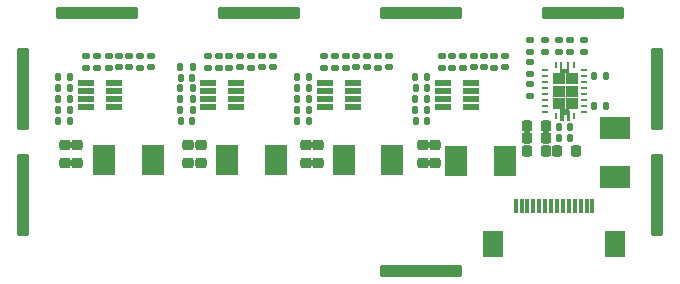
<source format=gbr>
G04 #@! TF.GenerationSoftware,KiCad,Pcbnew,(6.0.0)*
G04 #@! TF.CreationDate,2022-01-13T15:14:47+08:00*
G04 #@! TF.ProjectId,PowerSupply,506f7765-7253-4757-9070-6c792e6b6963,rev?*
G04 #@! TF.SameCoordinates,PX5e56640PY77750e0*
G04 #@! TF.FileFunction,Paste,Bot*
G04 #@! TF.FilePolarity,Positive*
%FSLAX46Y46*%
G04 Gerber Fmt 4.6, Leading zero omitted, Abs format (unit mm)*
G04 Created by KiCad (PCBNEW (6.0.0)) date 2022-01-13 15:14:47*
%MOMM*%
%LPD*%
G01*
G04 APERTURE LIST*
G04 Aperture macros list*
%AMRoundRect*
0 Rectangle with rounded corners*
0 $1 Rounding radius*
0 $2 $3 $4 $5 $6 $7 $8 $9 X,Y pos of 4 corners*
0 Add a 4 corners polygon primitive as box body*
4,1,4,$2,$3,$4,$5,$6,$7,$8,$9,$2,$3,0*
0 Add four circle primitives for the rounded corners*
1,1,$1+$1,$2,$3*
1,1,$1+$1,$4,$5*
1,1,$1+$1,$6,$7*
1,1,$1+$1,$8,$9*
0 Add four rect primitives between the rounded corners*
20,1,$1+$1,$2,$3,$4,$5,0*
20,1,$1+$1,$4,$5,$6,$7,0*
20,1,$1+$1,$6,$7,$8,$9,0*
20,1,$1+$1,$8,$9,$2,$3,0*%
G04 Aperture macros list end*
%ADD10C,0.010000*%
%ADD11R,0.240000X0.600000*%
%ADD12R,0.600000X0.240000*%
%ADD13R,0.240000X0.990000*%
%ADD14R,0.517500X0.427500*%
%ADD15RoundRect,0.140000X-0.140000X-0.170000X0.140000X-0.170000X0.140000X0.170000X-0.140000X0.170000X0*%
%ADD16RoundRect,0.140000X0.170000X-0.140000X0.170000X0.140000X-0.170000X0.140000X-0.170000X-0.140000X0*%
%ADD17RoundRect,0.225000X0.250000X-0.225000X0.250000X0.225000X-0.250000X0.225000X-0.250000X-0.225000X0*%
%ADD18RoundRect,0.140000X0.140000X0.170000X-0.140000X0.170000X-0.140000X-0.170000X0.140000X-0.170000X0*%
%ADD19RoundRect,0.140000X-0.170000X0.140000X-0.170000X-0.140000X0.170000X-0.140000X0.170000X0.140000X0*%
%ADD20R,1.900000X2.500000*%
%ADD21RoundRect,0.135000X-0.135000X-0.185000X0.135000X-0.185000X0.135000X0.185000X-0.135000X0.185000X0*%
%ADD22RoundRect,0.135000X0.135000X0.185000X-0.135000X0.185000X-0.135000X-0.185000X0.135000X-0.185000X0*%
%ADD23RoundRect,0.135000X0.185000X-0.135000X0.185000X0.135000X-0.185000X0.135000X-0.185000X-0.135000X0*%
%ADD24RoundRect,0.135000X-0.185000X0.135000X-0.185000X-0.135000X0.185000X-0.135000X0.185000X0.135000X0*%
%ADD25R,1.340000X0.490000*%
%ADD26RoundRect,0.225000X0.225000X0.250000X-0.225000X0.250000X-0.225000X-0.250000X0.225000X-0.250000X0*%
%ADD27RoundRect,0.225000X-0.225000X-0.250000X0.225000X-0.250000X0.225000X0.250000X-0.225000X0.250000X0*%
%ADD28R,2.500000X1.900000*%
%ADD29R,0.300000X1.300000*%
%ADD30R,1.800000X2.200000*%
%ADD31RoundRect,0.275000X-3.225000X-0.275000X3.225000X-0.275000X3.225000X0.275000X-3.225000X0.275000X0*%
%ADD32RoundRect,0.275000X0.275000X-3.225000X0.275000X3.225000X-0.275000X3.225000X-0.275000X-3.225000X0*%
G04 APERTURE END LIST*
D10*
G04 #@! TO.C,U1*
X58090000Y26945000D02*
X57170000Y26945000D01*
X57170000Y26945000D02*
X57170000Y27795000D01*
X57170000Y27795000D02*
X58090000Y27795000D01*
X58090000Y27795000D02*
X58090000Y26945000D01*
G36*
X58090000Y26945000D02*
G01*
X57170000Y26945000D01*
X57170000Y27795000D01*
X58090000Y27795000D01*
X58090000Y26945000D01*
G37*
X58090000Y26945000D02*
X57170000Y26945000D01*
X57170000Y27795000D01*
X58090000Y27795000D01*
X58090000Y26945000D01*
X56970000Y25895000D02*
X56050000Y25895000D01*
X56050000Y25895000D02*
X56050000Y26745000D01*
X56050000Y26745000D02*
X56970000Y26745000D01*
X56970000Y26745000D02*
X56970000Y25895000D01*
G36*
X56970000Y25895000D02*
G01*
X56050000Y25895000D01*
X56050000Y26745000D01*
X56970000Y26745000D01*
X56970000Y25895000D01*
G37*
X56970000Y25895000D02*
X56050000Y25895000D01*
X56050000Y26745000D01*
X56970000Y26745000D01*
X56970000Y25895000D01*
X58090000Y25895000D02*
X57170000Y25895000D01*
X57170000Y25895000D02*
X57170000Y26745000D01*
X57170000Y26745000D02*
X58090000Y26745000D01*
X58090000Y26745000D02*
X58090000Y25895000D01*
G36*
X58090000Y25895000D02*
G01*
X57170000Y25895000D01*
X57170000Y26745000D01*
X58090000Y26745000D01*
X58090000Y25895000D01*
G37*
X58090000Y25895000D02*
X57170000Y25895000D01*
X57170000Y26745000D01*
X58090000Y26745000D01*
X58090000Y25895000D01*
X56970000Y24845000D02*
X56050000Y24845000D01*
X56050000Y24845000D02*
X56050000Y25695000D01*
X56050000Y25695000D02*
X56970000Y25695000D01*
X56970000Y25695000D02*
X56970000Y24845000D01*
G36*
X56970000Y24845000D02*
G01*
X56050000Y24845000D01*
X56050000Y25695000D01*
X56970000Y25695000D01*
X56970000Y24845000D01*
G37*
X56970000Y24845000D02*
X56050000Y24845000D01*
X56050000Y25695000D01*
X56970000Y25695000D01*
X56970000Y24845000D01*
X56695000Y24645000D02*
X56695000Y23920000D01*
X56695000Y23920000D02*
X56695069Y23917383D01*
X56695069Y23917383D02*
X56695274Y23914774D01*
X56695274Y23914774D02*
X56695616Y23912178D01*
X56695616Y23912178D02*
X56696093Y23909604D01*
X56696093Y23909604D02*
X56696704Y23907059D01*
X56696704Y23907059D02*
X56697447Y23904549D01*
X56697447Y23904549D02*
X56698321Y23902082D01*
X56698321Y23902082D02*
X56699323Y23899663D01*
X56699323Y23899663D02*
X56700450Y23897300D01*
X56700450Y23897300D02*
X56701699Y23895000D01*
X56701699Y23895000D02*
X56703066Y23892768D01*
X56703066Y23892768D02*
X56704549Y23890611D01*
X56704549Y23890611D02*
X56706143Y23888534D01*
X56706143Y23888534D02*
X56707843Y23886543D01*
X56707843Y23886543D02*
X56709645Y23884645D01*
X56709645Y23884645D02*
X56711543Y23882843D01*
X56711543Y23882843D02*
X56713534Y23881143D01*
X56713534Y23881143D02*
X56715611Y23879549D01*
X56715611Y23879549D02*
X56717768Y23878066D01*
X56717768Y23878066D02*
X56720000Y23876699D01*
X56720000Y23876699D02*
X56722300Y23875450D01*
X56722300Y23875450D02*
X56724663Y23874323D01*
X56724663Y23874323D02*
X56727082Y23873321D01*
X56727082Y23873321D02*
X56729549Y23872447D01*
X56729549Y23872447D02*
X56732059Y23871704D01*
X56732059Y23871704D02*
X56734604Y23871093D01*
X56734604Y23871093D02*
X56737178Y23870616D01*
X56737178Y23870616D02*
X56739774Y23870274D01*
X56739774Y23870274D02*
X56742383Y23870069D01*
X56742383Y23870069D02*
X56745000Y23870000D01*
X56745000Y23870000D02*
X56845000Y23870000D01*
X56845000Y23870000D02*
X56847617Y23870069D01*
X56847617Y23870069D02*
X56850226Y23870274D01*
X56850226Y23870274D02*
X56852822Y23870616D01*
X56852822Y23870616D02*
X56855396Y23871093D01*
X56855396Y23871093D02*
X56857941Y23871704D01*
X56857941Y23871704D02*
X56860451Y23872447D01*
X56860451Y23872447D02*
X56862918Y23873321D01*
X56862918Y23873321D02*
X56865337Y23874323D01*
X56865337Y23874323D02*
X56867700Y23875450D01*
X56867700Y23875450D02*
X56870000Y23876699D01*
X56870000Y23876699D02*
X56872232Y23878066D01*
X56872232Y23878066D02*
X56874389Y23879549D01*
X56874389Y23879549D02*
X56876466Y23881143D01*
X56876466Y23881143D02*
X56878457Y23882843D01*
X56878457Y23882843D02*
X56880355Y23884645D01*
X56880355Y23884645D02*
X56882157Y23886543D01*
X56882157Y23886543D02*
X56883857Y23888534D01*
X56883857Y23888534D02*
X56885451Y23890611D01*
X56885451Y23890611D02*
X56886934Y23892768D01*
X56886934Y23892768D02*
X56888301Y23895000D01*
X56888301Y23895000D02*
X56889550Y23897300D01*
X56889550Y23897300D02*
X56890677Y23899663D01*
X56890677Y23899663D02*
X56891679Y23902082D01*
X56891679Y23902082D02*
X56892553Y23904549D01*
X56892553Y23904549D02*
X56893296Y23907059D01*
X56893296Y23907059D02*
X56893907Y23909604D01*
X56893907Y23909604D02*
X56894384Y23912178D01*
X56894384Y23912178D02*
X56894726Y23914774D01*
X56894726Y23914774D02*
X56894931Y23917383D01*
X56894931Y23917383D02*
X56895000Y23920000D01*
X56895000Y23920000D02*
X56895000Y24395000D01*
X56895000Y24395000D02*
X57245000Y24395000D01*
X57245000Y24395000D02*
X57245000Y23920000D01*
X57245000Y23920000D02*
X57245069Y23917383D01*
X57245069Y23917383D02*
X57245274Y23914774D01*
X57245274Y23914774D02*
X57245616Y23912178D01*
X57245616Y23912178D02*
X57246093Y23909604D01*
X57246093Y23909604D02*
X57246704Y23907059D01*
X57246704Y23907059D02*
X57247447Y23904549D01*
X57247447Y23904549D02*
X57248321Y23902082D01*
X57248321Y23902082D02*
X57249323Y23899663D01*
X57249323Y23899663D02*
X57250450Y23897300D01*
X57250450Y23897300D02*
X57251699Y23895000D01*
X57251699Y23895000D02*
X57253066Y23892768D01*
X57253066Y23892768D02*
X57254549Y23890611D01*
X57254549Y23890611D02*
X57256143Y23888534D01*
X57256143Y23888534D02*
X57257843Y23886543D01*
X57257843Y23886543D02*
X57259645Y23884645D01*
X57259645Y23884645D02*
X57261543Y23882843D01*
X57261543Y23882843D02*
X57263534Y23881143D01*
X57263534Y23881143D02*
X57265611Y23879549D01*
X57265611Y23879549D02*
X57267768Y23878066D01*
X57267768Y23878066D02*
X57270000Y23876699D01*
X57270000Y23876699D02*
X57272300Y23875450D01*
X57272300Y23875450D02*
X57274663Y23874323D01*
X57274663Y23874323D02*
X57277082Y23873321D01*
X57277082Y23873321D02*
X57279549Y23872447D01*
X57279549Y23872447D02*
X57282059Y23871704D01*
X57282059Y23871704D02*
X57284604Y23871093D01*
X57284604Y23871093D02*
X57287178Y23870616D01*
X57287178Y23870616D02*
X57289774Y23870274D01*
X57289774Y23870274D02*
X57292383Y23870069D01*
X57292383Y23870069D02*
X57295000Y23870000D01*
X57295000Y23870000D02*
X57395000Y23870000D01*
X57395000Y23870000D02*
X57397617Y23870069D01*
X57397617Y23870069D02*
X57400226Y23870274D01*
X57400226Y23870274D02*
X57402822Y23870616D01*
X57402822Y23870616D02*
X57405396Y23871093D01*
X57405396Y23871093D02*
X57407941Y23871704D01*
X57407941Y23871704D02*
X57410451Y23872447D01*
X57410451Y23872447D02*
X57412918Y23873321D01*
X57412918Y23873321D02*
X57415337Y23874323D01*
X57415337Y23874323D02*
X57417700Y23875450D01*
X57417700Y23875450D02*
X57420000Y23876699D01*
X57420000Y23876699D02*
X57422232Y23878066D01*
X57422232Y23878066D02*
X57424389Y23879549D01*
X57424389Y23879549D02*
X57426466Y23881143D01*
X57426466Y23881143D02*
X57428457Y23882843D01*
X57428457Y23882843D02*
X57430355Y23884645D01*
X57430355Y23884645D02*
X57432157Y23886543D01*
X57432157Y23886543D02*
X57433857Y23888534D01*
X57433857Y23888534D02*
X57435451Y23890611D01*
X57435451Y23890611D02*
X57436934Y23892768D01*
X57436934Y23892768D02*
X57438301Y23895000D01*
X57438301Y23895000D02*
X57439550Y23897300D01*
X57439550Y23897300D02*
X57440677Y23899663D01*
X57440677Y23899663D02*
X57441679Y23902082D01*
X57441679Y23902082D02*
X57442553Y23904549D01*
X57442553Y23904549D02*
X57443296Y23907059D01*
X57443296Y23907059D02*
X57443907Y23909604D01*
X57443907Y23909604D02*
X57444384Y23912178D01*
X57444384Y23912178D02*
X57444726Y23914774D01*
X57444726Y23914774D02*
X57444931Y23917383D01*
X57444931Y23917383D02*
X57445000Y23920000D01*
X57445000Y23920000D02*
X57445000Y24645000D01*
X57445000Y24645000D02*
X56695000Y24645000D01*
X56695000Y24645000D02*
X56695000Y24645000D01*
G36*
X57445000Y23920000D02*
G01*
X57444931Y23917383D01*
X57444726Y23914774D01*
X57444384Y23912178D01*
X57443907Y23909604D01*
X57443296Y23907059D01*
X57442553Y23904549D01*
X57441679Y23902082D01*
X57440677Y23899663D01*
X57439550Y23897300D01*
X57438301Y23895000D01*
X57436934Y23892768D01*
X57435451Y23890611D01*
X57433857Y23888534D01*
X57432157Y23886543D01*
X57430355Y23884645D01*
X57428457Y23882843D01*
X57426466Y23881143D01*
X57424389Y23879549D01*
X57422232Y23878066D01*
X57420000Y23876699D01*
X57417700Y23875450D01*
X57415337Y23874323D01*
X57412918Y23873321D01*
X57410451Y23872447D01*
X57407941Y23871704D01*
X57405396Y23871093D01*
X57402822Y23870616D01*
X57400226Y23870274D01*
X57397617Y23870069D01*
X57395000Y23870000D01*
X57295000Y23870000D01*
X57292383Y23870069D01*
X57289774Y23870274D01*
X57287178Y23870616D01*
X57284604Y23871093D01*
X57282059Y23871704D01*
X57279549Y23872447D01*
X57277082Y23873321D01*
X57274663Y23874323D01*
X57272300Y23875450D01*
X57270000Y23876699D01*
X57267768Y23878066D01*
X57265611Y23879549D01*
X57263534Y23881143D01*
X57261543Y23882843D01*
X57259645Y23884645D01*
X57257843Y23886543D01*
X57256143Y23888534D01*
X57254549Y23890611D01*
X57253066Y23892768D01*
X57251699Y23895000D01*
X57250450Y23897300D01*
X57249323Y23899663D01*
X57248321Y23902082D01*
X57247447Y23904549D01*
X57246704Y23907059D01*
X57246093Y23909604D01*
X57245616Y23912178D01*
X57245274Y23914774D01*
X57245069Y23917383D01*
X57245000Y23920000D01*
X57245000Y24395000D01*
X56895000Y24395000D01*
X56895000Y23920000D01*
X56894931Y23917383D01*
X56894726Y23914774D01*
X56894384Y23912178D01*
X56893907Y23909604D01*
X56893296Y23907059D01*
X56892553Y23904549D01*
X56891679Y23902082D01*
X56890677Y23899663D01*
X56889550Y23897300D01*
X56888301Y23895000D01*
X56886934Y23892768D01*
X56885451Y23890611D01*
X56883857Y23888534D01*
X56882157Y23886543D01*
X56880355Y23884645D01*
X56878457Y23882843D01*
X56876466Y23881143D01*
X56874389Y23879549D01*
X56872232Y23878066D01*
X56870000Y23876699D01*
X56867700Y23875450D01*
X56865337Y23874323D01*
X56862918Y23873321D01*
X56860451Y23872447D01*
X56857941Y23871704D01*
X56855396Y23871093D01*
X56852822Y23870616D01*
X56850226Y23870274D01*
X56847617Y23870069D01*
X56845000Y23870000D01*
X56745000Y23870000D01*
X56742383Y23870069D01*
X56739774Y23870274D01*
X56737178Y23870616D01*
X56734604Y23871093D01*
X56732059Y23871704D01*
X56729549Y23872447D01*
X56727082Y23873321D01*
X56724663Y23874323D01*
X56722300Y23875450D01*
X56720000Y23876699D01*
X56717768Y23878066D01*
X56715611Y23879549D01*
X56713534Y23881143D01*
X56711543Y23882843D01*
X56709645Y23884645D01*
X56707843Y23886543D01*
X56706143Y23888534D01*
X56704549Y23890611D01*
X56703066Y23892768D01*
X56701699Y23895000D01*
X56700450Y23897300D01*
X56699323Y23899663D01*
X56698321Y23902082D01*
X56697447Y23904549D01*
X56696704Y23907059D01*
X56696093Y23909604D01*
X56695616Y23912178D01*
X56695274Y23914774D01*
X56695069Y23917383D01*
X56695000Y23920000D01*
X56695000Y24645000D01*
X57445000Y24645000D01*
X57445000Y23920000D01*
G37*
X57445000Y23920000D02*
X57444931Y23917383D01*
X57444726Y23914774D01*
X57444384Y23912178D01*
X57443907Y23909604D01*
X57443296Y23907059D01*
X57442553Y23904549D01*
X57441679Y23902082D01*
X57440677Y23899663D01*
X57439550Y23897300D01*
X57438301Y23895000D01*
X57436934Y23892768D01*
X57435451Y23890611D01*
X57433857Y23888534D01*
X57432157Y23886543D01*
X57430355Y23884645D01*
X57428457Y23882843D01*
X57426466Y23881143D01*
X57424389Y23879549D01*
X57422232Y23878066D01*
X57420000Y23876699D01*
X57417700Y23875450D01*
X57415337Y23874323D01*
X57412918Y23873321D01*
X57410451Y23872447D01*
X57407941Y23871704D01*
X57405396Y23871093D01*
X57402822Y23870616D01*
X57400226Y23870274D01*
X57397617Y23870069D01*
X57395000Y23870000D01*
X57295000Y23870000D01*
X57292383Y23870069D01*
X57289774Y23870274D01*
X57287178Y23870616D01*
X57284604Y23871093D01*
X57282059Y23871704D01*
X57279549Y23872447D01*
X57277082Y23873321D01*
X57274663Y23874323D01*
X57272300Y23875450D01*
X57270000Y23876699D01*
X57267768Y23878066D01*
X57265611Y23879549D01*
X57263534Y23881143D01*
X57261543Y23882843D01*
X57259645Y23884645D01*
X57257843Y23886543D01*
X57256143Y23888534D01*
X57254549Y23890611D01*
X57253066Y23892768D01*
X57251699Y23895000D01*
X57250450Y23897300D01*
X57249323Y23899663D01*
X57248321Y23902082D01*
X57247447Y23904549D01*
X57246704Y23907059D01*
X57246093Y23909604D01*
X57245616Y23912178D01*
X57245274Y23914774D01*
X57245069Y23917383D01*
X57245000Y23920000D01*
X57245000Y24395000D01*
X56895000Y24395000D01*
X56895000Y23920000D01*
X56894931Y23917383D01*
X56894726Y23914774D01*
X56894384Y23912178D01*
X56893907Y23909604D01*
X56893296Y23907059D01*
X56892553Y23904549D01*
X56891679Y23902082D01*
X56890677Y23899663D01*
X56889550Y23897300D01*
X56888301Y23895000D01*
X56886934Y23892768D01*
X56885451Y23890611D01*
X56883857Y23888534D01*
X56882157Y23886543D01*
X56880355Y23884645D01*
X56878457Y23882843D01*
X56876466Y23881143D01*
X56874389Y23879549D01*
X56872232Y23878066D01*
X56870000Y23876699D01*
X56867700Y23875450D01*
X56865337Y23874323D01*
X56862918Y23873321D01*
X56860451Y23872447D01*
X56857941Y23871704D01*
X56855396Y23871093D01*
X56852822Y23870616D01*
X56850226Y23870274D01*
X56847617Y23870069D01*
X56845000Y23870000D01*
X56745000Y23870000D01*
X56742383Y23870069D01*
X56739774Y23870274D01*
X56737178Y23870616D01*
X56734604Y23871093D01*
X56732059Y23871704D01*
X56729549Y23872447D01*
X56727082Y23873321D01*
X56724663Y23874323D01*
X56722300Y23875450D01*
X56720000Y23876699D01*
X56717768Y23878066D01*
X56715611Y23879549D01*
X56713534Y23881143D01*
X56711543Y23882843D01*
X56709645Y23884645D01*
X56707843Y23886543D01*
X56706143Y23888534D01*
X56704549Y23890611D01*
X56703066Y23892768D01*
X56701699Y23895000D01*
X56700450Y23897300D01*
X56699323Y23899663D01*
X56698321Y23902082D01*
X56697447Y23904549D01*
X56696704Y23907059D01*
X56696093Y23909604D01*
X56695616Y23912178D01*
X56695274Y23914774D01*
X56695069Y23917383D01*
X56695000Y23920000D01*
X56695000Y24645000D01*
X57445000Y24645000D01*
X57445000Y23920000D01*
X56970000Y26945000D02*
X56050000Y26945000D01*
X56050000Y26945000D02*
X56050000Y27795000D01*
X56050000Y27795000D02*
X56970000Y27795000D01*
X56970000Y27795000D02*
X56970000Y26945000D01*
G36*
X56970000Y26945000D02*
G01*
X56050000Y26945000D01*
X56050000Y27795000D01*
X56970000Y27795000D01*
X56970000Y26945000D01*
G37*
X56970000Y26945000D02*
X56050000Y26945000D01*
X56050000Y27795000D01*
X56970000Y27795000D01*
X56970000Y26945000D01*
X58090000Y24845000D02*
X57170000Y24845000D01*
X57170000Y24845000D02*
X57170000Y25695000D01*
X57170000Y25695000D02*
X58090000Y25695000D01*
X58090000Y25695000D02*
X58090000Y24845000D01*
G36*
X58090000Y24845000D02*
G01*
X57170000Y24845000D01*
X57170000Y25695000D01*
X58090000Y25695000D01*
X58090000Y24845000D01*
G37*
X58090000Y24845000D02*
X57170000Y24845000D01*
X57170000Y25695000D01*
X58090000Y25695000D01*
X58090000Y24845000D01*
G04 #@! TD*
D11*
G04 #@! TO.C,U1*
X57820000Y28470000D03*
D12*
X58720000Y28070000D03*
X58720000Y27570000D03*
X58720000Y27070000D03*
X58720000Y26570000D03*
X58720000Y26070000D03*
X58720000Y25570000D03*
X58720000Y25070000D03*
X58720000Y24570000D03*
D11*
X57820000Y24170000D03*
X56320000Y24170000D03*
D12*
X55420000Y24570000D03*
X55420000Y25070000D03*
X55420000Y25570000D03*
X55420000Y26070000D03*
X55420000Y26570000D03*
X55420000Y27070000D03*
X55420000Y27570000D03*
X55420000Y28070000D03*
D11*
X56320000Y28470000D03*
D13*
X57340000Y24360000D03*
D14*
X57070000Y24580000D03*
D13*
X56790000Y28275000D03*
D14*
X57070000Y28040000D03*
D13*
X57340000Y28275000D03*
X56790000Y24360000D03*
G04 #@! TD*
D15*
G04 #@! TO.C,C7*
X44440000Y23800000D03*
X45400000Y23800000D03*
G04 #@! TD*
G04 #@! TO.C,C8*
X34440000Y23810000D03*
X35400000Y23810000D03*
G04 #@! TD*
D16*
G04 #@! TO.C,C10*
X52040000Y28310000D03*
X52040000Y29270000D03*
G04 #@! TD*
G04 #@! TO.C,C12*
X42230000Y28310000D03*
X42230000Y29270000D03*
G04 #@! TD*
D17*
G04 #@! TO.C,C13*
X46105000Y20205000D03*
X46105000Y21755000D03*
G04 #@! TD*
G04 #@! TO.C,C14*
X45045000Y20205000D03*
X45045000Y21755000D03*
G04 #@! TD*
G04 #@! TO.C,C15*
X36200000Y20175000D03*
X36200000Y21725000D03*
G04 #@! TD*
G04 #@! TO.C,C16*
X35140000Y20175000D03*
X35140000Y21725000D03*
G04 #@! TD*
D18*
G04 #@! TO.C,C17*
X45400000Y26560000D03*
X44440000Y26560000D03*
G04 #@! TD*
G04 #@! TO.C,C18*
X35400000Y26550000D03*
X34440000Y26550000D03*
G04 #@! TD*
D19*
G04 #@! TO.C,C19*
X49360001Y29270000D03*
X49360001Y28310000D03*
G04 #@! TD*
G04 #@! TO.C,C20*
X39400001Y29270000D03*
X39400001Y28310000D03*
G04 #@! TD*
D16*
G04 #@! TO.C,C21*
X50219999Y28310000D03*
X50219999Y29270000D03*
G04 #@! TD*
G04 #@! TO.C,C22*
X40340000Y28310000D03*
X40340000Y29270000D03*
G04 #@! TD*
D15*
G04 #@! TO.C,C23*
X24570000Y23790000D03*
X25530000Y23790000D03*
G04 #@! TD*
G04 #@! TO.C,C24*
X14210000Y23790000D03*
X15170000Y23790000D03*
G04 #@! TD*
D16*
G04 #@! TO.C,C26*
X32370000Y28310000D03*
X32370000Y29270000D03*
G04 #@! TD*
G04 #@! TO.C,C28*
X22030000Y28310000D03*
X22030000Y29270000D03*
G04 #@! TD*
D17*
G04 #@! TO.C,C29*
X25204999Y20175000D03*
X25204999Y21725000D03*
G04 #@! TD*
G04 #@! TO.C,C30*
X26280000Y20175000D03*
X26280000Y21725000D03*
G04 #@! TD*
G04 #@! TO.C,C31*
X15805000Y20175000D03*
X15805000Y21725000D03*
G04 #@! TD*
G04 #@! TO.C,C32*
X14755001Y20175000D03*
X14755001Y21725000D03*
G04 #@! TD*
D18*
G04 #@! TO.C,C33*
X25530000Y27410000D03*
X24570000Y27410000D03*
G04 #@! TD*
G04 #@! TO.C,C34*
X15170000Y26580000D03*
X14210000Y26580000D03*
G04 #@! TD*
D19*
G04 #@! TO.C,C35*
X29540001Y29270000D03*
X29540001Y28310000D03*
G04 #@! TD*
G04 #@! TO.C,C36*
X19310001Y29270000D03*
X19310001Y28310000D03*
G04 #@! TD*
D16*
G04 #@! TO.C,C37*
X31450000Y28310000D03*
X31450000Y29270000D03*
G04 #@! TD*
G04 #@! TO.C,C38*
X20210000Y28300000D03*
X20210000Y29260000D03*
G04 #@! TD*
D20*
G04 #@! TO.C,L3*
X51980000Y20350000D03*
X47880000Y20350000D03*
G04 #@! TD*
G04 #@! TO.C,L4*
X42490000Y20460000D03*
X38390000Y20460000D03*
G04 #@! TD*
G04 #@! TO.C,L5*
X32620000Y20460000D03*
X28520000Y20460000D03*
G04 #@! TD*
G04 #@! TO.C,L6*
X22180000Y20460000D03*
X18080000Y20460000D03*
G04 #@! TD*
D21*
G04 #@! TO.C,R3*
X44410000Y25640000D03*
X45430000Y25640000D03*
G04 #@! TD*
G04 #@! TO.C,R4*
X34410000Y25640000D03*
X35430000Y25640000D03*
G04 #@! TD*
D22*
G04 #@! TO.C,R5*
X45430000Y24710000D03*
X44410000Y24710000D03*
G04 #@! TD*
G04 #@! TO.C,R6*
X35430000Y24690000D03*
X34410000Y24690000D03*
G04 #@! TD*
G04 #@! TO.C,R9*
X45430000Y27470000D03*
X44410000Y27470000D03*
G04 #@! TD*
G04 #@! TO.C,R10*
X35430000Y27480000D03*
X34410000Y27480000D03*
G04 #@! TD*
D23*
G04 #@! TO.C,R11*
X51115000Y28280000D03*
X51115000Y29300000D03*
G04 #@! TD*
G04 #@! TO.C,R12*
X41235000Y28280000D03*
X41235000Y29300000D03*
G04 #@! TD*
G04 #@! TO.C,R13*
X46685000Y28280000D03*
X46685000Y29300000D03*
G04 #@! TD*
D24*
G04 #@! TO.C,R14*
X48500000Y29300000D03*
X48500000Y28280000D03*
G04 #@! TD*
D23*
G04 #@! TO.C,R15*
X36725000Y28280000D03*
X36725000Y29300000D03*
G04 #@! TD*
D24*
G04 #@! TO.C,R16*
X38540000Y29300000D03*
X38540000Y28280000D03*
G04 #@! TD*
G04 #@! TO.C,R17*
X47540000Y29300000D03*
X47540000Y28280000D03*
G04 #@! TD*
G04 #@! TO.C,R18*
X37580000Y29300000D03*
X37580000Y28280000D03*
G04 #@! TD*
D21*
G04 #@! TO.C,R19*
X24540000Y25640000D03*
X25560000Y25640000D03*
G04 #@! TD*
G04 #@! TO.C,R20*
X14180000Y25640000D03*
X15200000Y25640000D03*
G04 #@! TD*
D22*
G04 #@! TO.C,R21*
X25560000Y24710000D03*
X24540000Y24710000D03*
G04 #@! TD*
G04 #@! TO.C,R22*
X15200000Y24710000D03*
X14180000Y24710000D03*
G04 #@! TD*
G04 #@! TO.C,R23*
X25560000Y26540000D03*
X24540000Y26540000D03*
G04 #@! TD*
G04 #@! TO.C,R24*
X15200000Y27500000D03*
X14180000Y27500000D03*
G04 #@! TD*
D23*
G04 #@! TO.C,R25*
X30520000Y28280000D03*
X30520000Y29300000D03*
G04 #@! TD*
G04 #@! TO.C,R26*
X21105000Y28270000D03*
X21105000Y29290000D03*
G04 #@! TD*
G04 #@! TO.C,R27*
X27780000Y28280000D03*
X27780000Y29300000D03*
G04 #@! TD*
D24*
G04 #@! TO.C,R28*
X28680000Y29300000D03*
X28680000Y28280000D03*
G04 #@! TD*
D23*
G04 #@! TO.C,R29*
X16530000Y28280000D03*
X16530000Y29300000D03*
G04 #@! TD*
D24*
G04 #@! TO.C,R30*
X18450000Y29300000D03*
X18450000Y28280000D03*
G04 #@! TD*
G04 #@! TO.C,R31*
X17500000Y29300000D03*
X17500000Y28280000D03*
G04 #@! TD*
D21*
G04 #@! TO.C,R32*
X24540000Y28300000D03*
X25560000Y28300000D03*
G04 #@! TD*
D23*
G04 #@! TO.C,R33*
X26860000Y28280000D03*
X26860000Y29300000D03*
G04 #@! TD*
D25*
G04 #@! TO.C,3V3*
X49150001Y26945000D03*
X49150001Y26295000D03*
X49150001Y25645000D03*
X49150001Y24995000D03*
X46770001Y24995000D03*
X46770001Y25645000D03*
X46770001Y26295000D03*
X46770001Y26945000D03*
G04 #@! TD*
G04 #@! TO.C,2V5*
X39140000Y26945000D03*
X39140000Y26295000D03*
X39140000Y25645000D03*
X39140000Y24995000D03*
X36760000Y24995000D03*
X36760000Y25645000D03*
X36760000Y26295000D03*
X36760000Y26945000D03*
G04 #@! TD*
G04 #@! TO.C,1V5*
X29260000Y26945000D03*
X29260000Y26295000D03*
X29260000Y25645000D03*
X29260000Y24995000D03*
X26880000Y24995000D03*
X26880000Y25645000D03*
X26880000Y26295000D03*
X26880000Y26945000D03*
G04 #@! TD*
G04 #@! TO.C,1V2*
X18910001Y26945000D03*
X18910001Y26295000D03*
X18910001Y25645000D03*
X18910001Y24995000D03*
X16530001Y24995000D03*
X16530001Y25645000D03*
X16530001Y26295000D03*
X16530001Y26945000D03*
G04 #@! TD*
D26*
G04 #@! TO.C,C1*
X58005000Y21240000D03*
X56455000Y21240000D03*
G04 #@! TD*
D18*
G04 #@! TO.C,C2*
X57520000Y22320000D03*
X56560000Y22320000D03*
G04 #@! TD*
D19*
G04 #@! TO.C,C3*
X56600000Y30610000D03*
X56600000Y29650000D03*
G04 #@! TD*
D16*
G04 #@! TO.C,C4*
X58680000Y29650000D03*
X58680000Y30610000D03*
G04 #@! TD*
G04 #@! TO.C,C5*
X54140000Y29650000D03*
X54140000Y30610000D03*
G04 #@! TD*
D18*
G04 #@! TO.C,C6*
X57520000Y23240000D03*
X56560000Y23240000D03*
G04 #@! TD*
D15*
G04 #@! TO.C,C39*
X59580000Y25060000D03*
X60540000Y25060000D03*
G04 #@! TD*
D27*
G04 #@! TO.C,C40*
X53894999Y23350000D03*
X55444999Y23350000D03*
G04 #@! TD*
G04 #@! TO.C,C41*
X53895000Y22289999D03*
X55445000Y22289999D03*
G04 #@! TD*
D28*
G04 #@! TO.C,L1*
X61350000Y19050000D03*
X61350000Y23150000D03*
G04 #@! TD*
D23*
G04 #@! TO.C,R1*
X54140000Y27710000D03*
X54140000Y28730000D03*
G04 #@! TD*
G04 #@! TO.C,R2*
X55420000Y29620000D03*
X55420000Y30640000D03*
G04 #@! TD*
D21*
G04 #@! TO.C,R7*
X59550000Y27570000D03*
X60570000Y27570000D03*
G04 #@! TD*
D24*
G04 #@! TO.C,R8*
X54140000Y26940000D03*
X54140000Y25920000D03*
G04 #@! TD*
D23*
G04 #@! TO.C,R34*
X57560000Y29620000D03*
X57560000Y30640000D03*
G04 #@! TD*
D29*
G04 #@! TO.C,J1*
X59420000Y16605000D03*
X58920000Y16605000D03*
X58420000Y16605000D03*
X57920000Y16605000D03*
X57420000Y16605000D03*
X56920000Y16605000D03*
X56420000Y16605000D03*
X55920000Y16605000D03*
X55420000Y16605000D03*
X54920000Y16605000D03*
X54420000Y16605000D03*
X53920000Y16605000D03*
X53420000Y16605000D03*
X52920000Y16605000D03*
D30*
X51020000Y13355000D03*
X61320000Y13355000D03*
G04 #@! TD*
D27*
G04 #@! TO.C,C42*
X53905000Y21240000D03*
X55455000Y21240000D03*
G04 #@! TD*
D31*
G04 #@! TO.C,J2*
X17450000Y32870000D03*
G04 #@! TD*
D32*
G04 #@! TO.C,J3*
X64900000Y17480000D03*
G04 #@! TD*
D31*
G04 #@! TO.C,J4*
X58580000Y32870000D03*
G04 #@! TD*
G04 #@! TO.C,J5*
X31160000Y32870000D03*
G04 #@! TD*
D32*
G04 #@! TO.C,J6*
X64890000Y26480000D03*
G04 #@! TD*
G04 #@! TO.C,J7*
X11180000Y17480000D03*
G04 #@! TD*
D31*
G04 #@! TO.C,J8*
X44870000Y11090000D03*
G04 #@! TD*
G04 #@! TO.C,J9*
X44870000Y32870000D03*
G04 #@! TD*
D32*
G04 #@! TO.C,J10*
X11180000Y26480000D03*
G04 #@! TD*
M02*

</source>
